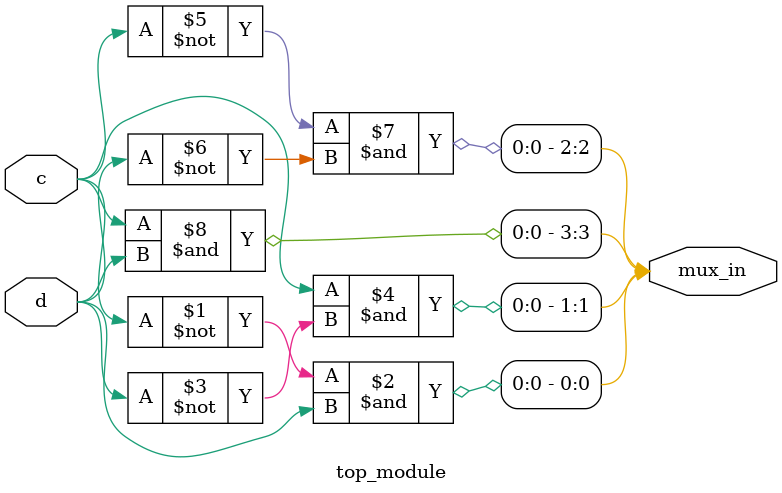
<source format=sv>
module top_module (
	input c,
	input d,
	output [3:0] mux_in
);

assign mux_in[0] = ~c & d;
assign mux_in[1] = c & ~d;
assign mux_in[2] = ~c & ~d;
assign mux_in[3] = c & d;

endmodule

</source>
